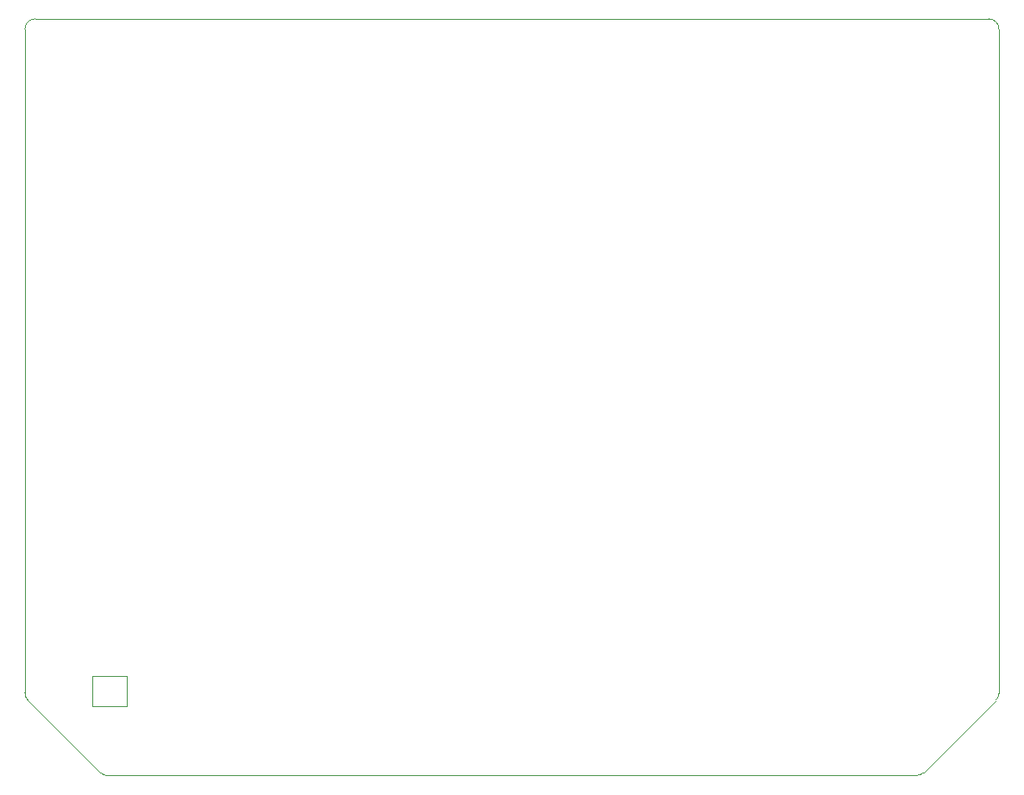
<source format=gm1>
%TF.GenerationSoftware,KiCad,Pcbnew,7.0.10*%
%TF.CreationDate,2024-04-29T20:55:19+02:00*%
%TF.ProjectId,Mathboard,4d617468-626f-4617-9264-2e6b69636164,rev?*%
%TF.SameCoordinates,Original*%
%TF.FileFunction,Profile,NP*%
%FSLAX46Y46*%
G04 Gerber Fmt 4.6, Leading zero omitted, Abs format (unit mm)*
G04 Created by KiCad (PCBNEW 7.0.10) date 2024-04-29 20:55:19*
%MOMM*%
%LPD*%
G01*
G04 APERTURE LIST*
%TA.AperFunction,Profile*%
%ADD10C,0.100000*%
%TD*%
%TA.AperFunction,Profile*%
%ADD11C,0.120000*%
%TD*%
G04 APERTURE END LIST*
D10*
X84000010Y-108185786D02*
G75*
G03*
X84292893Y-108892893I999990J-14D01*
G01*
X179307114Y-108892900D02*
G75*
G03*
X179600000Y-108185786I-707114J707100D01*
G01*
X179307107Y-108892893D02*
X172192893Y-116007107D01*
X85000000Y-42000000D02*
X178600000Y-42000000D01*
X85000000Y-42000000D02*
G75*
G03*
X84000000Y-43000000I0J-1000000D01*
G01*
X171485786Y-116300000D02*
X92114214Y-116300000D01*
X91407121Y-116007093D02*
G75*
G03*
X92114214Y-116300000I707079J706993D01*
G01*
X91407107Y-116007107D02*
X84292893Y-108892893D01*
X179600000Y-43000000D02*
X179600000Y-108185786D01*
X84000000Y-108185786D02*
X84000000Y-43000000D01*
X171485786Y-116299990D02*
G75*
G03*
X172192893Y-116007107I14J999990D01*
G01*
X179600000Y-43000000D02*
G75*
G03*
X178600000Y-42000000I-1000000J0D01*
G01*
D11*
%TO.C,U2*%
X94000000Y-109500000D02*
X94000000Y-106500000D01*
X94000000Y-106500000D02*
X90600000Y-106500000D01*
X90600000Y-109500000D02*
X94000000Y-109500000D01*
X90600000Y-106500000D02*
X90600000Y-109500000D01*
%TD*%
M02*

</source>
